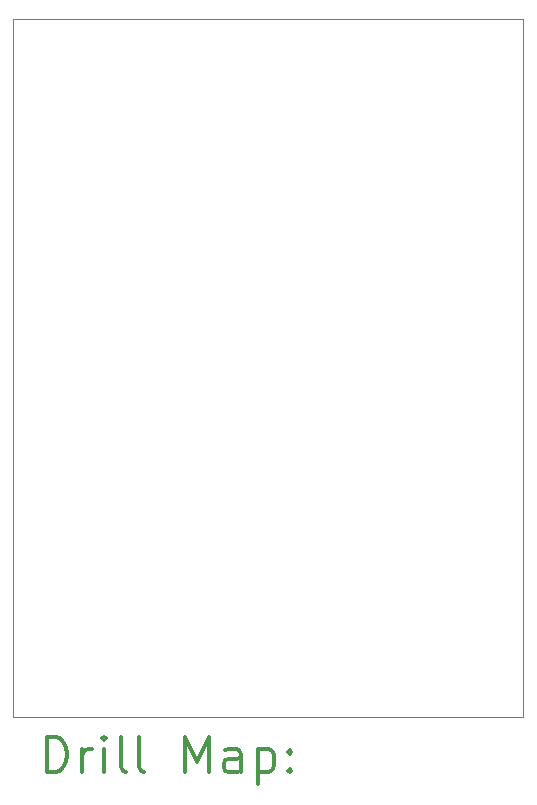
<source format=gbr>
%FSLAX45Y45*%
G04 Gerber Fmt 4.5, Leading zero omitted, Abs format (unit mm)*
G04 Created by KiCad (PCBNEW 5.1.10) date 2021-12-13 09:12:46*
%MOMM*%
%LPD*%
G01*
G04 APERTURE LIST*
%TA.AperFunction,Profile*%
%ADD10C,0.100000*%
%TD*%
%ADD11C,0.200000*%
%ADD12C,0.300000*%
G04 APERTURE END LIST*
D10*
X17208500Y-11303000D02*
X17208500Y-5397500D01*
X12890500Y-11303000D02*
X17208500Y-11303000D01*
X12890500Y-5397500D02*
X12890500Y-11303000D01*
X17208500Y-5397500D02*
X12890500Y-5397500D01*
D11*
D12*
X13171928Y-11773714D02*
X13171928Y-11473714D01*
X13243357Y-11473714D01*
X13286214Y-11488000D01*
X13314786Y-11516571D01*
X13329071Y-11545143D01*
X13343357Y-11602286D01*
X13343357Y-11645143D01*
X13329071Y-11702286D01*
X13314786Y-11730857D01*
X13286214Y-11759429D01*
X13243357Y-11773714D01*
X13171928Y-11773714D01*
X13471928Y-11773714D02*
X13471928Y-11573714D01*
X13471928Y-11630857D02*
X13486214Y-11602286D01*
X13500500Y-11588000D01*
X13529071Y-11573714D01*
X13557643Y-11573714D01*
X13657643Y-11773714D02*
X13657643Y-11573714D01*
X13657643Y-11473714D02*
X13643357Y-11488000D01*
X13657643Y-11502286D01*
X13671928Y-11488000D01*
X13657643Y-11473714D01*
X13657643Y-11502286D01*
X13843357Y-11773714D02*
X13814786Y-11759429D01*
X13800500Y-11730857D01*
X13800500Y-11473714D01*
X14000500Y-11773714D02*
X13971928Y-11759429D01*
X13957643Y-11730857D01*
X13957643Y-11473714D01*
X14343357Y-11773714D02*
X14343357Y-11473714D01*
X14443357Y-11688000D01*
X14543357Y-11473714D01*
X14543357Y-11773714D01*
X14814786Y-11773714D02*
X14814786Y-11616571D01*
X14800500Y-11588000D01*
X14771928Y-11573714D01*
X14714786Y-11573714D01*
X14686214Y-11588000D01*
X14814786Y-11759429D02*
X14786214Y-11773714D01*
X14714786Y-11773714D01*
X14686214Y-11759429D01*
X14671928Y-11730857D01*
X14671928Y-11702286D01*
X14686214Y-11673714D01*
X14714786Y-11659429D01*
X14786214Y-11659429D01*
X14814786Y-11645143D01*
X14957643Y-11573714D02*
X14957643Y-11873714D01*
X14957643Y-11588000D02*
X14986214Y-11573714D01*
X15043357Y-11573714D01*
X15071928Y-11588000D01*
X15086214Y-11602286D01*
X15100500Y-11630857D01*
X15100500Y-11716571D01*
X15086214Y-11745143D01*
X15071928Y-11759429D01*
X15043357Y-11773714D01*
X14986214Y-11773714D01*
X14957643Y-11759429D01*
X15229071Y-11745143D02*
X15243357Y-11759429D01*
X15229071Y-11773714D01*
X15214786Y-11759429D01*
X15229071Y-11745143D01*
X15229071Y-11773714D01*
X15229071Y-11588000D02*
X15243357Y-11602286D01*
X15229071Y-11616571D01*
X15214786Y-11602286D01*
X15229071Y-11588000D01*
X15229071Y-11616571D01*
M02*

</source>
